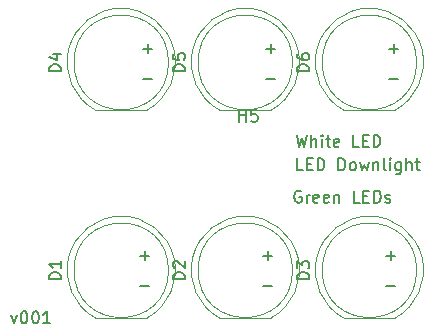
<source format=gbr>
G04 #@! TF.GenerationSoftware,KiCad,Pcbnew,(5.1.5-0-10_14)*
G04 #@! TF.CreationDate,2020-06-22T06:00:13+10:00*
G04 #@! TF.ProjectId,LED_Downlight,4c45445f-446f-4776-9e6c-696768742e6b,rev?*
G04 #@! TF.SameCoordinates,Original*
G04 #@! TF.FileFunction,Legend,Top*
G04 #@! TF.FilePolarity,Positive*
%FSLAX46Y46*%
G04 Gerber Fmt 4.6, Leading zero omitted, Abs format (unit mm)*
G04 Created by KiCad (PCBNEW (5.1.5-0-10_14)) date 2020-06-22 06:00:13*
%MOMM*%
%LPD*%
G04 APERTURE LIST*
%ADD10C,0.150000*%
%ADD11C,0.120000*%
G04 APERTURE END LIST*
D10*
X205613047Y-69921428D02*
X206374952Y-69921428D01*
X205613047Y-67381428D02*
X206374952Y-67381428D01*
X205994000Y-67762380D02*
X205994000Y-67000476D01*
X195199047Y-67381428D02*
X195960952Y-67381428D01*
X195580000Y-67762380D02*
X195580000Y-67000476D01*
X195199047Y-69921428D02*
X195960952Y-69921428D01*
X184785047Y-69921428D02*
X185546952Y-69921428D01*
X184785047Y-67381428D02*
X185546952Y-67381428D01*
X185166000Y-67762380D02*
X185166000Y-67000476D01*
X185039047Y-49855428D02*
X185800952Y-49855428D01*
X185420000Y-50236380D02*
X185420000Y-49474476D01*
X185039047Y-52395428D02*
X185800952Y-52395428D01*
X195453047Y-49855428D02*
X196214952Y-49855428D01*
X195834000Y-50236380D02*
X195834000Y-49474476D01*
X195453047Y-52395428D02*
X196214952Y-52395428D01*
X205867047Y-52395428D02*
X206628952Y-52395428D01*
X205867047Y-49855428D02*
X206628952Y-49855428D01*
X206248000Y-50236380D02*
X206248000Y-49474476D01*
X198557142Y-60142380D02*
X198080952Y-60142380D01*
X198080952Y-59142380D01*
X198890476Y-59618571D02*
X199223809Y-59618571D01*
X199366666Y-60142380D02*
X198890476Y-60142380D01*
X198890476Y-59142380D01*
X199366666Y-59142380D01*
X199795238Y-60142380D02*
X199795238Y-59142380D01*
X200033333Y-59142380D01*
X200176190Y-59190000D01*
X200271428Y-59285238D01*
X200319047Y-59380476D01*
X200366666Y-59570952D01*
X200366666Y-59713809D01*
X200319047Y-59904285D01*
X200271428Y-59999523D01*
X200176190Y-60094761D01*
X200033333Y-60142380D01*
X199795238Y-60142380D01*
X201557142Y-60142380D02*
X201557142Y-59142380D01*
X201795238Y-59142380D01*
X201938095Y-59190000D01*
X202033333Y-59285238D01*
X202080952Y-59380476D01*
X202128571Y-59570952D01*
X202128571Y-59713809D01*
X202080952Y-59904285D01*
X202033333Y-59999523D01*
X201938095Y-60094761D01*
X201795238Y-60142380D01*
X201557142Y-60142380D01*
X202700000Y-60142380D02*
X202604761Y-60094761D01*
X202557142Y-60047142D01*
X202509523Y-59951904D01*
X202509523Y-59666190D01*
X202557142Y-59570952D01*
X202604761Y-59523333D01*
X202700000Y-59475714D01*
X202842857Y-59475714D01*
X202938095Y-59523333D01*
X202985714Y-59570952D01*
X203033333Y-59666190D01*
X203033333Y-59951904D01*
X202985714Y-60047142D01*
X202938095Y-60094761D01*
X202842857Y-60142380D01*
X202700000Y-60142380D01*
X203366666Y-59475714D02*
X203557142Y-60142380D01*
X203747619Y-59666190D01*
X203938095Y-60142380D01*
X204128571Y-59475714D01*
X204509523Y-59475714D02*
X204509523Y-60142380D01*
X204509523Y-59570952D02*
X204557142Y-59523333D01*
X204652380Y-59475714D01*
X204795238Y-59475714D01*
X204890476Y-59523333D01*
X204938095Y-59618571D01*
X204938095Y-60142380D01*
X205557142Y-60142380D02*
X205461904Y-60094761D01*
X205414285Y-59999523D01*
X205414285Y-59142380D01*
X205938095Y-60142380D02*
X205938095Y-59475714D01*
X205938095Y-59142380D02*
X205890476Y-59190000D01*
X205938095Y-59237619D01*
X205985714Y-59190000D01*
X205938095Y-59142380D01*
X205938095Y-59237619D01*
X206842857Y-59475714D02*
X206842857Y-60285238D01*
X206795238Y-60380476D01*
X206747619Y-60428095D01*
X206652380Y-60475714D01*
X206509523Y-60475714D01*
X206414285Y-60428095D01*
X206842857Y-60094761D02*
X206747619Y-60142380D01*
X206557142Y-60142380D01*
X206461904Y-60094761D01*
X206414285Y-60047142D01*
X206366666Y-59951904D01*
X206366666Y-59666190D01*
X206414285Y-59570952D01*
X206461904Y-59523333D01*
X206557142Y-59475714D01*
X206747619Y-59475714D01*
X206842857Y-59523333D01*
X207319047Y-60142380D02*
X207319047Y-59142380D01*
X207747619Y-60142380D02*
X207747619Y-59618571D01*
X207700000Y-59523333D01*
X207604761Y-59475714D01*
X207461904Y-59475714D01*
X207366666Y-59523333D01*
X207319047Y-59570952D01*
X208080952Y-59475714D02*
X208461904Y-59475714D01*
X208223809Y-59142380D02*
X208223809Y-59999523D01*
X208271428Y-60094761D01*
X208366666Y-60142380D01*
X208461904Y-60142380D01*
X173847333Y-72429714D02*
X174085428Y-73096380D01*
X174323523Y-72429714D01*
X174894952Y-72096380D02*
X174990190Y-72096380D01*
X175085428Y-72144000D01*
X175133047Y-72191619D01*
X175180666Y-72286857D01*
X175228285Y-72477333D01*
X175228285Y-72715428D01*
X175180666Y-72905904D01*
X175133047Y-73001142D01*
X175085428Y-73048761D01*
X174990190Y-73096380D01*
X174894952Y-73096380D01*
X174799714Y-73048761D01*
X174752095Y-73001142D01*
X174704476Y-72905904D01*
X174656857Y-72715428D01*
X174656857Y-72477333D01*
X174704476Y-72286857D01*
X174752095Y-72191619D01*
X174799714Y-72144000D01*
X174894952Y-72096380D01*
X175847333Y-72096380D02*
X175942571Y-72096380D01*
X176037809Y-72144000D01*
X176085428Y-72191619D01*
X176133047Y-72286857D01*
X176180666Y-72477333D01*
X176180666Y-72715428D01*
X176133047Y-72905904D01*
X176085428Y-73001142D01*
X176037809Y-73048761D01*
X175942571Y-73096380D01*
X175847333Y-73096380D01*
X175752095Y-73048761D01*
X175704476Y-73001142D01*
X175656857Y-72905904D01*
X175609238Y-72715428D01*
X175609238Y-72477333D01*
X175656857Y-72286857D01*
X175704476Y-72191619D01*
X175752095Y-72144000D01*
X175847333Y-72096380D01*
X177133047Y-73096380D02*
X176561619Y-73096380D01*
X176847333Y-73096380D02*
X176847333Y-72096380D01*
X176752095Y-72239238D01*
X176656857Y-72334476D01*
X176561619Y-72382095D01*
X198390000Y-61930000D02*
X198294761Y-61882380D01*
X198151904Y-61882380D01*
X198009047Y-61930000D01*
X197913809Y-62025238D01*
X197866190Y-62120476D01*
X197818571Y-62310952D01*
X197818571Y-62453809D01*
X197866190Y-62644285D01*
X197913809Y-62739523D01*
X198009047Y-62834761D01*
X198151904Y-62882380D01*
X198247142Y-62882380D01*
X198390000Y-62834761D01*
X198437619Y-62787142D01*
X198437619Y-62453809D01*
X198247142Y-62453809D01*
X198866190Y-62882380D02*
X198866190Y-62215714D01*
X198866190Y-62406190D02*
X198913809Y-62310952D01*
X198961428Y-62263333D01*
X199056666Y-62215714D01*
X199151904Y-62215714D01*
X199866190Y-62834761D02*
X199770952Y-62882380D01*
X199580476Y-62882380D01*
X199485238Y-62834761D01*
X199437619Y-62739523D01*
X199437619Y-62358571D01*
X199485238Y-62263333D01*
X199580476Y-62215714D01*
X199770952Y-62215714D01*
X199866190Y-62263333D01*
X199913809Y-62358571D01*
X199913809Y-62453809D01*
X199437619Y-62549047D01*
X200723333Y-62834761D02*
X200628095Y-62882380D01*
X200437619Y-62882380D01*
X200342380Y-62834761D01*
X200294761Y-62739523D01*
X200294761Y-62358571D01*
X200342380Y-62263333D01*
X200437619Y-62215714D01*
X200628095Y-62215714D01*
X200723333Y-62263333D01*
X200770952Y-62358571D01*
X200770952Y-62453809D01*
X200294761Y-62549047D01*
X201199523Y-62215714D02*
X201199523Y-62882380D01*
X201199523Y-62310952D02*
X201247142Y-62263333D01*
X201342380Y-62215714D01*
X201485238Y-62215714D01*
X201580476Y-62263333D01*
X201628095Y-62358571D01*
X201628095Y-62882380D01*
X203342380Y-62882380D02*
X202866190Y-62882380D01*
X202866190Y-61882380D01*
X203675714Y-62358571D02*
X204009047Y-62358571D01*
X204151904Y-62882380D02*
X203675714Y-62882380D01*
X203675714Y-61882380D01*
X204151904Y-61882380D01*
X204580476Y-62882380D02*
X204580476Y-61882380D01*
X204818571Y-61882380D01*
X204961428Y-61930000D01*
X205056666Y-62025238D01*
X205104285Y-62120476D01*
X205151904Y-62310952D01*
X205151904Y-62453809D01*
X205104285Y-62644285D01*
X205056666Y-62739523D01*
X204961428Y-62834761D01*
X204818571Y-62882380D01*
X204580476Y-62882380D01*
X205532857Y-62834761D02*
X205628095Y-62882380D01*
X205818571Y-62882380D01*
X205913809Y-62834761D01*
X205961428Y-62739523D01*
X205961428Y-62691904D01*
X205913809Y-62596666D01*
X205818571Y-62549047D01*
X205675714Y-62549047D01*
X205580476Y-62501428D01*
X205532857Y-62406190D01*
X205532857Y-62358571D01*
X205580476Y-62263333D01*
X205675714Y-62215714D01*
X205818571Y-62215714D01*
X205913809Y-62263333D01*
X198018571Y-57172380D02*
X198256666Y-58172380D01*
X198447142Y-57458095D01*
X198637619Y-58172380D01*
X198875714Y-57172380D01*
X199256666Y-58172380D02*
X199256666Y-57172380D01*
X199685238Y-58172380D02*
X199685238Y-57648571D01*
X199637619Y-57553333D01*
X199542380Y-57505714D01*
X199399523Y-57505714D01*
X199304285Y-57553333D01*
X199256666Y-57600952D01*
X200161428Y-58172380D02*
X200161428Y-57505714D01*
X200161428Y-57172380D02*
X200113809Y-57220000D01*
X200161428Y-57267619D01*
X200209047Y-57220000D01*
X200161428Y-57172380D01*
X200161428Y-57267619D01*
X200494761Y-57505714D02*
X200875714Y-57505714D01*
X200637619Y-57172380D02*
X200637619Y-58029523D01*
X200685238Y-58124761D01*
X200780476Y-58172380D01*
X200875714Y-58172380D01*
X201590000Y-58124761D02*
X201494761Y-58172380D01*
X201304285Y-58172380D01*
X201209047Y-58124761D01*
X201161428Y-58029523D01*
X201161428Y-57648571D01*
X201209047Y-57553333D01*
X201304285Y-57505714D01*
X201494761Y-57505714D01*
X201590000Y-57553333D01*
X201637619Y-57648571D01*
X201637619Y-57743809D01*
X201161428Y-57839047D01*
X203304285Y-58172380D02*
X202828095Y-58172380D01*
X202828095Y-57172380D01*
X203637619Y-57648571D02*
X203970952Y-57648571D01*
X204113809Y-58172380D02*
X203637619Y-58172380D01*
X203637619Y-57172380D01*
X204113809Y-57172380D01*
X204542380Y-58172380D02*
X204542380Y-57172380D01*
X204780476Y-57172380D01*
X204923333Y-57220000D01*
X205018571Y-57315238D01*
X205066190Y-57410476D01*
X205113809Y-57600952D01*
X205113809Y-57743809D01*
X205066190Y-57934285D01*
X205018571Y-58029523D01*
X204923333Y-58124761D01*
X204780476Y-58172380D01*
X204542380Y-58172380D01*
D11*
X202038000Y-55080000D02*
X206322000Y-55080000D01*
X208180000Y-51020000D02*
G75*
G03X208180000Y-51020000I-4000000J0D01*
G01*
X204179514Y-46430000D02*
G75*
G02X206321145Y-55080000I486J-4590000D01*
G01*
X204180486Y-46430000D02*
G75*
G03X202038855Y-55080000I-486J-4590000D01*
G01*
X191533000Y-55080000D02*
X195817000Y-55080000D01*
X197675000Y-51020000D02*
G75*
G03X197675000Y-51020000I-4000000J0D01*
G01*
X193674514Y-46430000D02*
G75*
G02X195816145Y-55080000I486J-4590000D01*
G01*
X193675486Y-46430000D02*
G75*
G03X191533855Y-55080000I-486J-4590000D01*
G01*
X181028000Y-55080000D02*
X185312000Y-55080000D01*
X187170000Y-51020000D02*
G75*
G03X187170000Y-51020000I-4000000J0D01*
G01*
X183169514Y-46430000D02*
G75*
G02X185311145Y-55080000I486J-4590000D01*
G01*
X183170486Y-46430000D02*
G75*
G03X181028855Y-55080000I-486J-4590000D01*
G01*
X202038000Y-72680000D02*
X206322000Y-72680000D01*
X208180000Y-68620000D02*
G75*
G03X208180000Y-68620000I-4000000J0D01*
G01*
X204179514Y-64030000D02*
G75*
G02X206321145Y-72680000I486J-4590000D01*
G01*
X204180486Y-64030000D02*
G75*
G03X202038855Y-72680000I-486J-4590000D01*
G01*
X191533000Y-72680000D02*
X195817000Y-72680000D01*
X197675000Y-68620000D02*
G75*
G03X197675000Y-68620000I-4000000J0D01*
G01*
X193674514Y-64030000D02*
G75*
G02X195816145Y-72680000I486J-4590000D01*
G01*
X193675486Y-64030000D02*
G75*
G03X191533855Y-72680000I-486J-4590000D01*
G01*
X181028000Y-72680000D02*
X185312000Y-72680000D01*
X187170000Y-68620000D02*
G75*
G03X187170000Y-68620000I-4000000J0D01*
G01*
X183169514Y-64030000D02*
G75*
G02X185311145Y-72680000I486J-4590000D01*
G01*
X183170486Y-64030000D02*
G75*
G03X181028855Y-72680000I-486J-4590000D01*
G01*
D10*
X193148095Y-56032380D02*
X193148095Y-55032380D01*
X193148095Y-55508571D02*
X193719523Y-55508571D01*
X193719523Y-56032380D02*
X193719523Y-55032380D01*
X194671904Y-55032380D02*
X194195714Y-55032380D01*
X194148095Y-55508571D01*
X194195714Y-55460952D01*
X194290952Y-55413333D01*
X194529047Y-55413333D01*
X194624285Y-55460952D01*
X194671904Y-55508571D01*
X194719523Y-55603809D01*
X194719523Y-55841904D01*
X194671904Y-55937142D01*
X194624285Y-55984761D01*
X194529047Y-56032380D01*
X194290952Y-56032380D01*
X194195714Y-55984761D01*
X194148095Y-55937142D01*
X199072380Y-51758095D02*
X198072380Y-51758095D01*
X198072380Y-51520000D01*
X198120000Y-51377142D01*
X198215238Y-51281904D01*
X198310476Y-51234285D01*
X198500952Y-51186666D01*
X198643809Y-51186666D01*
X198834285Y-51234285D01*
X198929523Y-51281904D01*
X199024761Y-51377142D01*
X199072380Y-51520000D01*
X199072380Y-51758095D01*
X198072380Y-50329523D02*
X198072380Y-50520000D01*
X198120000Y-50615238D01*
X198167619Y-50662857D01*
X198310476Y-50758095D01*
X198500952Y-50805714D01*
X198881904Y-50805714D01*
X198977142Y-50758095D01*
X199024761Y-50710476D01*
X199072380Y-50615238D01*
X199072380Y-50424761D01*
X199024761Y-50329523D01*
X198977142Y-50281904D01*
X198881904Y-50234285D01*
X198643809Y-50234285D01*
X198548571Y-50281904D01*
X198500952Y-50329523D01*
X198453333Y-50424761D01*
X198453333Y-50615238D01*
X198500952Y-50710476D01*
X198548571Y-50758095D01*
X198643809Y-50805714D01*
X188567380Y-51758095D02*
X187567380Y-51758095D01*
X187567380Y-51520000D01*
X187615000Y-51377142D01*
X187710238Y-51281904D01*
X187805476Y-51234285D01*
X187995952Y-51186666D01*
X188138809Y-51186666D01*
X188329285Y-51234285D01*
X188424523Y-51281904D01*
X188519761Y-51377142D01*
X188567380Y-51520000D01*
X188567380Y-51758095D01*
X187567380Y-50281904D02*
X187567380Y-50758095D01*
X188043571Y-50805714D01*
X187995952Y-50758095D01*
X187948333Y-50662857D01*
X187948333Y-50424761D01*
X187995952Y-50329523D01*
X188043571Y-50281904D01*
X188138809Y-50234285D01*
X188376904Y-50234285D01*
X188472142Y-50281904D01*
X188519761Y-50329523D01*
X188567380Y-50424761D01*
X188567380Y-50662857D01*
X188519761Y-50758095D01*
X188472142Y-50805714D01*
X178062380Y-51758095D02*
X177062380Y-51758095D01*
X177062380Y-51520000D01*
X177110000Y-51377142D01*
X177205238Y-51281904D01*
X177300476Y-51234285D01*
X177490952Y-51186666D01*
X177633809Y-51186666D01*
X177824285Y-51234285D01*
X177919523Y-51281904D01*
X178014761Y-51377142D01*
X178062380Y-51520000D01*
X178062380Y-51758095D01*
X177395714Y-50329523D02*
X178062380Y-50329523D01*
X177014761Y-50567619D02*
X177729047Y-50805714D01*
X177729047Y-50186666D01*
X199072380Y-69358095D02*
X198072380Y-69358095D01*
X198072380Y-69120000D01*
X198120000Y-68977142D01*
X198215238Y-68881904D01*
X198310476Y-68834285D01*
X198500952Y-68786666D01*
X198643809Y-68786666D01*
X198834285Y-68834285D01*
X198929523Y-68881904D01*
X199024761Y-68977142D01*
X199072380Y-69120000D01*
X199072380Y-69358095D01*
X198072380Y-68453333D02*
X198072380Y-67834285D01*
X198453333Y-68167619D01*
X198453333Y-68024761D01*
X198500952Y-67929523D01*
X198548571Y-67881904D01*
X198643809Y-67834285D01*
X198881904Y-67834285D01*
X198977142Y-67881904D01*
X199024761Y-67929523D01*
X199072380Y-68024761D01*
X199072380Y-68310476D01*
X199024761Y-68405714D01*
X198977142Y-68453333D01*
X188567380Y-69358095D02*
X187567380Y-69358095D01*
X187567380Y-69120000D01*
X187615000Y-68977142D01*
X187710238Y-68881904D01*
X187805476Y-68834285D01*
X187995952Y-68786666D01*
X188138809Y-68786666D01*
X188329285Y-68834285D01*
X188424523Y-68881904D01*
X188519761Y-68977142D01*
X188567380Y-69120000D01*
X188567380Y-69358095D01*
X187662619Y-68405714D02*
X187615000Y-68358095D01*
X187567380Y-68262857D01*
X187567380Y-68024761D01*
X187615000Y-67929523D01*
X187662619Y-67881904D01*
X187757857Y-67834285D01*
X187853095Y-67834285D01*
X187995952Y-67881904D01*
X188567380Y-68453333D01*
X188567380Y-67834285D01*
X178062380Y-69358095D02*
X177062380Y-69358095D01*
X177062380Y-69120000D01*
X177110000Y-68977142D01*
X177205238Y-68881904D01*
X177300476Y-68834285D01*
X177490952Y-68786666D01*
X177633809Y-68786666D01*
X177824285Y-68834285D01*
X177919523Y-68881904D01*
X178014761Y-68977142D01*
X178062380Y-69120000D01*
X178062380Y-69358095D01*
X178062380Y-67834285D02*
X178062380Y-68405714D01*
X178062380Y-68120000D02*
X177062380Y-68120000D01*
X177205238Y-68215238D01*
X177300476Y-68310476D01*
X177348095Y-68405714D01*
M02*

</source>
